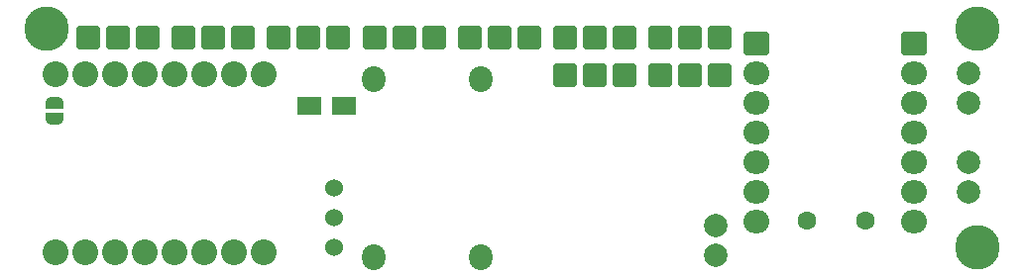
<source format=gbr>
%TF.GenerationSoftware,KiCad,Pcbnew,8.0.4*%
%TF.CreationDate,2024-09-18T08:59:42-03:00*%
%TF.ProjectId,Mini-C3,4d696e69-2d43-4332-9e6b-696361645f70,rev?*%
%TF.SameCoordinates,Original*%
%TF.FileFunction,Soldermask,Bot*%
%TF.FilePolarity,Negative*%
%FSLAX46Y46*%
G04 Gerber Fmt 4.6, Leading zero omitted, Abs format (unit mm)*
G04 Created by KiCad (PCBNEW 8.0.4) date 2024-09-18 08:59:42*
%MOMM*%
%LPD*%
G01*
G04 APERTURE LIST*
G04 Aperture macros list*
%AMRoundRect*
0 Rectangle with rounded corners*
0 $1 Rounding radius*
0 $2 $3 $4 $5 $6 $7 $8 $9 X,Y pos of 4 corners*
0 Add a 4 corners polygon primitive as box body*
4,1,4,$2,$3,$4,$5,$6,$7,$8,$9,$2,$3,0*
0 Add four circle primitives for the rounded corners*
1,1,$1+$1,$2,$3*
1,1,$1+$1,$4,$5*
1,1,$1+$1,$6,$7*
1,1,$1+$1,$8,$9*
0 Add four rect primitives between the rounded corners*
20,1,$1+$1,$2,$3,$4,$5,0*
20,1,$1+$1,$4,$5,$6,$7,0*
20,1,$1+$1,$6,$7,$8,$9,0*
20,1,$1+$1,$8,$9,$2,$3,0*%
%AMFreePoly0*
4,1,19,0.500000,-0.750000,0.000000,-0.750000,0.000000,-0.744911,-0.071157,-0.744911,-0.207708,-0.704816,-0.327430,-0.627875,-0.420627,-0.520320,-0.479746,-0.390866,-0.500000,-0.250000,-0.500000,0.250000,-0.479746,0.390866,-0.420627,0.520320,-0.327430,0.627875,-0.207708,0.704816,-0.071157,0.744911,0.000000,0.744911,0.000000,0.750000,0.500000,0.750000,0.500000,-0.750000,0.500000,-0.750000,
$1*%
%AMFreePoly1*
4,1,19,0.000000,0.744911,0.071157,0.744911,0.207708,0.704816,0.327430,0.627875,0.420627,0.520320,0.479746,0.390866,0.500000,0.250000,0.500000,-0.250000,0.479746,-0.390866,0.420627,-0.520320,0.327430,-0.627875,0.207708,-0.704816,0.071157,-0.744911,0.000000,-0.744911,0.000000,-0.750000,-0.500000,-0.750000,-0.500000,0.750000,0.000000,0.750000,0.000000,0.744911,0.000000,0.744911,
$1*%
%AMFreePoly2*
4,1,6,1.000000,0.000000,0.500000,-0.750000,-0.500000,-0.750000,-0.500000,0.750000,0.500000,0.750000,1.000000,0.000000,1.000000,0.000000,$1*%
G04 Aperture macros list end*
%ADD10C,2.000000*%
%ADD11RoundRect,0.250000X0.750000X0.750000X-0.750000X0.750000X-0.750000X-0.750000X0.750000X-0.750000X0*%
%ADD12C,1.600000*%
%ADD13C,3.800000*%
%ADD14O,2.000000X2.200000*%
%ADD15RoundRect,0.250000X-0.850000X-0.750000X0.850000X-0.750000X0.850000X0.750000X-0.850000X0.750000X0*%
%ADD16O,2.200000X2.000000*%
%ADD17C,2.204000*%
%ADD18C,1.524000*%
%ADD19FreePoly0,270.000000*%
%ADD20FreePoly1,270.000000*%
%ADD21R,1.500000X1.500000*%
%ADD22FreePoly2,0.000000*%
%ADD23FreePoly2,180.000000*%
G04 APERTURE END LIST*
D10*
%TO.C,J4*%
X189350000Y-93585000D03*
X189350000Y-96125000D03*
%TD*%
D11*
%TO.C,J12*%
X168093335Y-82900000D03*
X165553335Y-82900000D03*
X163013335Y-82900000D03*
%TD*%
%TO.C,J6*%
X143663334Y-82900000D03*
X141123334Y-82900000D03*
X138583334Y-82900000D03*
%TD*%
%TO.C,J11*%
X168093335Y-86087500D03*
X165553335Y-86087500D03*
X163013335Y-86087500D03*
%TD*%
%TO.C,J3*%
X159950000Y-86087500D03*
X157410000Y-86087500D03*
X154870000Y-86087500D03*
%TD*%
D12*
%TO.C,C1*%
X180500000Y-98500000D03*
X175500000Y-98500000D03*
%TD*%
D10*
%TO.C,J1*%
X167725000Y-98930000D03*
X167725000Y-101470000D03*
%TD*%
D13*
%TO.C,H1*%
X190100000Y-82100000D03*
%TD*%
D14*
%TO.C,U3*%
X138560000Y-101700000D03*
X147700000Y-101700000D03*
X147700000Y-86460000D03*
X138560000Y-86460000D03*
%TD*%
D11*
%TO.C,J2*%
X159950000Y-82900000D03*
X157410000Y-82900000D03*
X154870000Y-82900000D03*
%TD*%
%TO.C,J7*%
X135520001Y-82900000D03*
X132980001Y-82900000D03*
X130440001Y-82900000D03*
%TD*%
D15*
%TO.C,U1*%
X171250000Y-83410000D03*
D16*
X171250000Y-98650000D03*
D15*
X184650000Y-83410000D03*
D16*
X171250000Y-85950000D03*
X171250000Y-88490000D03*
X171250000Y-91030000D03*
X171250000Y-93570000D03*
X171250000Y-96110000D03*
X184650000Y-85950000D03*
X184650000Y-88490000D03*
X184650000Y-91030000D03*
X184650000Y-98650000D03*
X184650000Y-93570000D03*
X184650000Y-96110000D03*
%TD*%
D13*
%TO.C,H2*%
X190100000Y-100800000D03*
%TD*%
%TO.C,H3*%
X110600000Y-82100000D03*
%TD*%
D11*
%TO.C,J8*%
X127376668Y-82900000D03*
X124836668Y-82900000D03*
X122296668Y-82900000D03*
%TD*%
%TO.C,J9*%
X119233335Y-82900000D03*
X116693335Y-82900000D03*
X114153335Y-82900000D03*
%TD*%
D10*
%TO.C,J5*%
X189350000Y-85885000D03*
X189350000Y-88425000D03*
%TD*%
D17*
%TO.C,U2*%
X129110000Y-86050000D03*
X126570000Y-86050000D03*
X124030000Y-86050000D03*
X121490000Y-86050000D03*
X116410000Y-86050000D03*
X118950000Y-86050000D03*
X111330000Y-101290000D03*
X111330000Y-86050000D03*
X113870000Y-101290000D03*
X116410000Y-101290000D03*
X118950000Y-101290000D03*
X121490000Y-101290000D03*
X124030000Y-101290000D03*
X126570000Y-101290000D03*
X129110000Y-101290000D03*
X113870000Y-86050000D03*
%TD*%
D11*
%TO.C,J10*%
X151806667Y-82900000D03*
X149266667Y-82900000D03*
X146726667Y-82900000D03*
%TD*%
D18*
%TO.C,SW1*%
X135150000Y-100810000D03*
X135150000Y-98270000D03*
X135150000Y-95730000D03*
%TD*%
D19*
%TO.C,JP7*%
X111300000Y-88500000D03*
D20*
X111300000Y-89800000D03*
%TD*%
D21*
%TO.C,JP1*%
X133300000Y-88700000D03*
X135700000Y-88700000D03*
D22*
X132500000Y-88700000D03*
D23*
X136500000Y-88700000D03*
%TD*%
M02*

</source>
